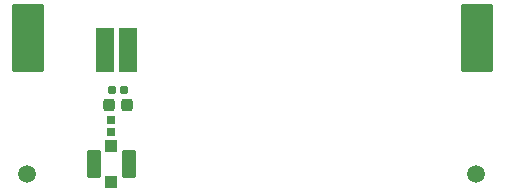
<source format=gbr>
%TF.GenerationSoftware,KiCad,Pcbnew,6.0.0+dfsg1-2*%
%TF.CreationDate,2022-02-08T13:21:30-05:00*%
%TF.ProjectId,RUSP_Antenna,52555350-5f41-46e7-9465-6e6e612e6b69,rev?*%
%TF.SameCoordinates,Original*%
%TF.FileFunction,Soldermask,Top*%
%TF.FilePolarity,Negative*%
%FSLAX46Y46*%
G04 Gerber Fmt 4.6, Leading zero omitted, Abs format (unit mm)*
G04 Created by KiCad (PCBNEW 6.0.0+dfsg1-2) date 2022-02-08 13:21:30*
%MOMM*%
%LPD*%
G01*
G04 APERTURE LIST*
G04 Aperture macros list*
%AMRoundRect*
0 Rectangle with rounded corners*
0 $1 Rounding radius*
0 $2 $3 $4 $5 $6 $7 $8 $9 X,Y pos of 4 corners*
0 Add a 4 corners polygon primitive as box body*
4,1,4,$2,$3,$4,$5,$6,$7,$8,$9,$2,$3,0*
0 Add four circle primitives for the rounded corners*
1,1,$1+$1,$2,$3*
1,1,$1+$1,$4,$5*
1,1,$1+$1,$6,$7*
1,1,$1+$1,$8,$9*
0 Add four rect primitives between the rounded corners*
20,1,$1+$1,$2,$3,$4,$5,0*
20,1,$1+$1,$4,$5,$6,$7,0*
20,1,$1+$1,$6,$7,$8,$9,0*
20,1,$1+$1,$8,$9,$2,$3,0*%
G04 Aperture macros list end*
%ADD10C,1.500000*%
%ADD11RoundRect,0.050000X0.500000X0.500000X-0.500000X0.500000X-0.500000X-0.500000X0.500000X-0.500000X0*%
%ADD12RoundRect,0.050000X0.525000X1.100000X-0.525000X1.100000X-0.525000X-1.100000X0.525000X-1.100000X0*%
%ADD13RoundRect,0.197500X-0.172500X0.147500X-0.172500X-0.147500X0.172500X-0.147500X0.172500X0.147500X0*%
%ADD14RoundRect,0.197500X-0.147500X-0.172500X0.147500X-0.172500X0.147500X0.172500X-0.147500X0.172500X0*%
%ADD15RoundRect,0.268750X-0.218750X-0.256250X0.218750X-0.256250X0.218750X0.256250X-0.218750X0.256250X0*%
%ADD16RoundRect,0.050000X-1.300000X-2.800000X1.300000X-2.800000X1.300000X2.800000X-1.300000X2.800000X0*%
%ADD17RoundRect,0.050000X-0.700000X-1.850000X0.700000X-1.850000X0.700000X1.850000X-0.700000X1.850000X0*%
G04 APERTURE END LIST*
D10*
%TO.C,FID1*%
X125750000Y-103750000D03*
%TD*%
%TO.C,FID2*%
X163750000Y-103750000D03*
%TD*%
D11*
%TO.C,J1*%
X132850000Y-101450000D03*
D12*
X131375000Y-102950000D03*
X134325000Y-102950000D03*
D11*
X132850000Y-104450000D03*
%TD*%
D13*
%TO.C,C1*%
X132850000Y-99215000D03*
X132850000Y-100185000D03*
%TD*%
D14*
%TO.C,C2*%
X132935000Y-96710000D03*
X133905000Y-96710000D03*
%TD*%
D15*
%TO.C,L1*%
X132622500Y-97960000D03*
X134197500Y-97960000D03*
%TD*%
D16*
%TO.C,AE1*%
X125800000Y-92250000D03*
X163800000Y-92250000D03*
D17*
X132300000Y-93250000D03*
X134300000Y-93250000D03*
%TD*%
M02*

</source>
